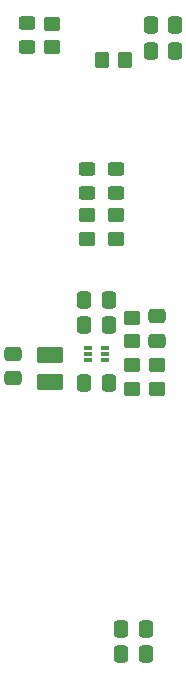
<source format=gbr>
%TF.GenerationSoftware,KiCad,Pcbnew,9.0.0*%
%TF.CreationDate,2025-04-11T15:19:07-05:00*%
%TF.ProjectId,RC-PCB,52432d50-4342-42e6-9b69-6361645f7063,rev?*%
%TF.SameCoordinates,Original*%
%TF.FileFunction,Paste,Top*%
%TF.FilePolarity,Positive*%
%FSLAX46Y46*%
G04 Gerber Fmt 4.6, Leading zero omitted, Abs format (unit mm)*
G04 Created by KiCad (PCBNEW 9.0.0) date 2025-04-11 15:19:07*
%MOMM*%
%LPD*%
G01*
G04 APERTURE LIST*
G04 Aperture macros list*
%AMRoundRect*
0 Rectangle with rounded corners*
0 $1 Rounding radius*
0 $2 $3 $4 $5 $6 $7 $8 $9 X,Y pos of 4 corners*
0 Add a 4 corners polygon primitive as box body*
4,1,4,$2,$3,$4,$5,$6,$7,$8,$9,$2,$3,0*
0 Add four circle primitives for the rounded corners*
1,1,$1+$1,$2,$3*
1,1,$1+$1,$4,$5*
1,1,$1+$1,$6,$7*
1,1,$1+$1,$8,$9*
0 Add four rect primitives between the rounded corners*
20,1,$1+$1,$2,$3,$4,$5,0*
20,1,$1+$1,$4,$5,$6,$7,0*
20,1,$1+$1,$6,$7,$8,$9,0*
20,1,$1+$1,$8,$9,$2,$3,0*%
G04 Aperture macros list end*
%ADD10RoundRect,0.250000X-0.450000X0.350000X-0.450000X-0.350000X0.450000X-0.350000X0.450000X0.350000X0*%
%ADD11RoundRect,0.250000X0.450000X-0.350000X0.450000X0.350000X-0.450000X0.350000X-0.450000X-0.350000X0*%
%ADD12RoundRect,0.250000X-0.337500X-0.475000X0.337500X-0.475000X0.337500X0.475000X-0.337500X0.475000X0*%
%ADD13RoundRect,0.250000X-0.450000X0.325000X-0.450000X-0.325000X0.450000X-0.325000X0.450000X0.325000X0*%
%ADD14RoundRect,0.250001X0.849999X-0.462499X0.849999X0.462499X-0.849999X0.462499X-0.849999X-0.462499X0*%
%ADD15RoundRect,0.250000X0.475000X-0.337500X0.475000X0.337500X-0.475000X0.337500X-0.475000X-0.337500X0*%
%ADD16RoundRect,0.250000X-0.350000X-0.450000X0.350000X-0.450000X0.350000X0.450000X-0.350000X0.450000X0*%
%ADD17RoundRect,0.024800X-0.305200X-0.130200X0.305200X-0.130200X0.305200X0.130200X-0.305200X0.130200X0*%
G04 APERTURE END LIST*
D10*
%TO.C,R4*%
X145100000Y-79100000D03*
X145100000Y-81100000D03*
%TD*%
D11*
%TO.C,R3*%
X150500000Y-97300000D03*
X150500000Y-95300000D03*
%TD*%
D12*
%TO.C,C1*%
X153462500Y-79200000D03*
X155537500Y-79200000D03*
%TD*%
%TO.C,C2*%
X153462500Y-81400000D03*
X155537500Y-81400000D03*
%TD*%
D13*
%TO.C,REV1*%
X143000000Y-79075000D03*
X143000000Y-81125000D03*
%TD*%
D10*
%TO.C,Ren*%
X151900000Y-108000000D03*
X151900000Y-110000000D03*
%TD*%
D14*
%TO.C,L1*%
X144900000Y-109462500D03*
X144900000Y-107137500D03*
%TD*%
D12*
%TO.C,Cin*%
X147812500Y-102500000D03*
X149887500Y-102500000D03*
%TD*%
D10*
%TO.C,Rfbt*%
X151900000Y-104000000D03*
X151900000Y-106000000D03*
%TD*%
D11*
%TO.C,Rfbb*%
X154000000Y-110000000D03*
X154000000Y-108000000D03*
%TD*%
D13*
%TO.C,5V*%
X150500000Y-91387500D03*
X150500000Y-93437500D03*
%TD*%
D15*
%TO.C,Cff*%
X154000000Y-105937500D03*
X154000000Y-103862500D03*
%TD*%
D12*
%TO.C,Cinx*%
X147812500Y-104600000D03*
X149887500Y-104600000D03*
%TD*%
D16*
%TO.C,R1*%
X149300000Y-82200000D03*
X151300000Y-82200000D03*
%TD*%
D13*
%TO.C,12V*%
X148100000Y-91387500D03*
X148100000Y-93437500D03*
%TD*%
D12*
%TO.C,C5*%
X150962500Y-130400000D03*
X153037500Y-130400000D03*
%TD*%
%TO.C,C4*%
X150962500Y-132500000D03*
X153037500Y-132500000D03*
%TD*%
D17*
%TO.C,U1*%
X148130000Y-106600000D03*
X148130000Y-107100000D03*
X148130000Y-107600000D03*
X149600000Y-107600000D03*
X149600000Y-107100000D03*
X149600000Y-106600000D03*
%TD*%
D11*
%TO.C,R2*%
X148100000Y-97300000D03*
X148100000Y-95300000D03*
%TD*%
D15*
%TO.C,Cout*%
X141800000Y-109137500D03*
X141800000Y-107062500D03*
%TD*%
D12*
%TO.C,Cboot*%
X147812500Y-109500000D03*
X149887500Y-109500000D03*
%TD*%
M02*

</source>
